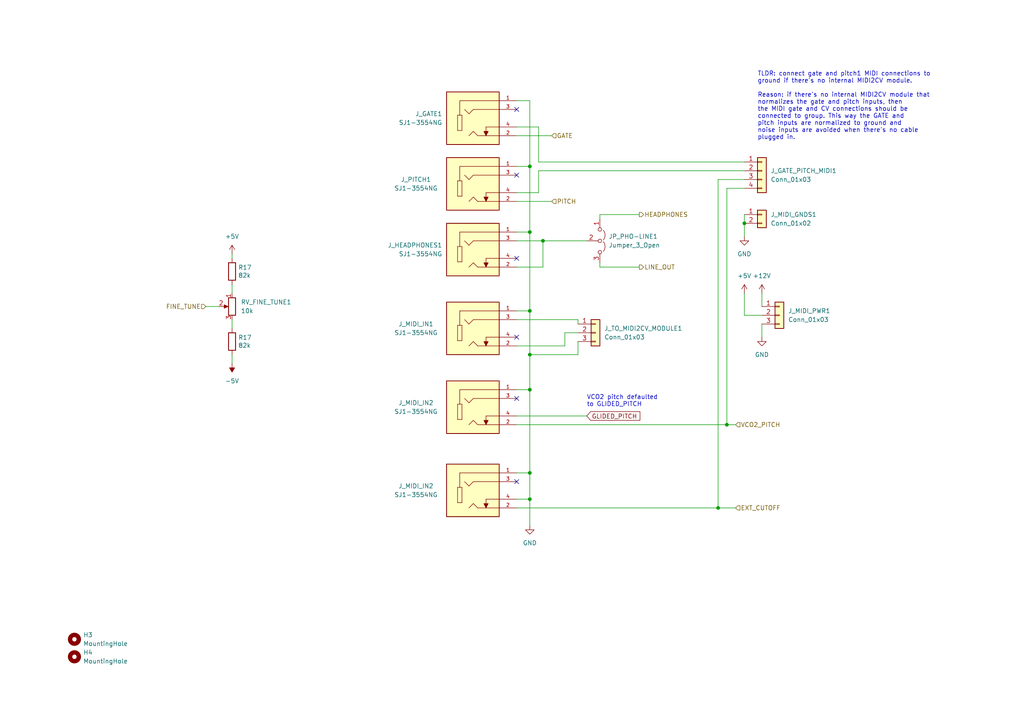
<source format=kicad_sch>
(kicad_sch (version 20231120) (generator "eeschema") (generator_version "8.0")
  (paper "A4")
  (lib_symbols
    (symbol "Connector_Generic:Conn_01x02" (pin_names (offset 1.016) hide)
      (property "Reference" "J" (at 0 2.54 0))
      (property "Value" "Conn_01x02" (at 0 -5.08 0))
      (symbol "Conn_01x02_1_1"
        (rectangle (start -1.27 -2.413) (end 0 -2.667) (stroke (width 0.1524)))
        (rectangle (start -1.27 0.127) (end 0 -0.127) (stroke (width 0.1524)))
        (rectangle (start -1.27 1.27) (end 1.27 -3.81) (stroke (width 0.254)) (fill (type background)))
        (pin passive line (at -5.08 0 0) (length 3.81) (name "Pin_1") (number "1"))
        (pin passive line (at -5.08 -2.54 0) (length 3.81) (name "Pin_2") (number "2"))
      )
    )
    (symbol "Connector_Generic:Conn_01x03" (pin_names (offset 1.016) hide)
      (property "Reference" "J" (at 0 5.08 0))
      (property "Value" "Conn_01x03" (at 0 -5.08 0))
      (symbol "Conn_01x03_1_1"
        (rectangle (start -1.27 -2.413) (end 0 -2.667) (stroke (width 0.1524)))
        (rectangle (start -1.27 0.127) (end 0 -0.127) (stroke (width 0.1524)))
        (rectangle (start -1.27 2.667) (end 0 2.413) (stroke (width 0.1524)))
        (rectangle (start -1.27 3.81) (end 1.27 -3.81) (stroke (width 0.254)) (fill (type background)))
        (pin passive line (at -5.08 2.54 0) (length 3.81) (name "Pin_1") (number "1"))
        (pin passive line (at -5.08 0 0) (length 3.81) (name "Pin_2") (number "2"))
        (pin passive line (at -5.08 -2.54 0) (length 3.81) (name "Pin_3") (number "3"))
      )
    )
    (symbol "Connector_Generic:Conn_01x04" (pin_names (offset 1.016) hide)
      (property "Reference" "J" (at 0 5.08 0))
      (property "Value" "Conn_01x04" (at 0 -7.62 0))
      (symbol "Conn_01x04_1_1"
        (rectangle (start -1.27 -4.953) (end 0 -5.207) (stroke (width 0.1524)))
        (rectangle (start -1.27 -2.413) (end 0 -2.667) (stroke (width 0.1524)))
        (rectangle (start -1.27 0.127) (end 0 -0.127) (stroke (width 0.1524)))
        (rectangle (start -1.27 2.667) (end 0 2.413) (stroke (width 0.1524)))
        (rectangle (start -1.27 3.81) (end 1.27 -6.35) (stroke (width 0.254)) (fill (type background)))
        (pin passive line (at -5.08 2.54 0) (length 3.81) (name "Pin_1") (number "1"))
        (pin passive line (at -5.08 0 0) (length 3.81) (name "Pin_2") (number "2"))
        (pin passive line (at -5.08 -2.54 0) (length 3.81) (name "Pin_3") (number "3"))
        (pin passive line (at -5.08 -5.08 0) (length 3.81) (name "Pin_4") (number "4"))
      )
    )
    (symbol "Device:R" (pin_numbers hide) (pin_names (offset 0))
      (property "Reference" "R" (at 2.032 0 90))
      (property "Value" "R" (at 0 0 90))
      (symbol "R_0_1"
        (rectangle (start -1.016 -2.54) (end 1.016 2.54) (stroke (width 0.254)))
      )
      (symbol "R_1_1"
        (pin passive line (at 0 3.81 270) (length 1.27) (name "~") (number "1"))
        (pin passive line (at 0 -3.81 90) (length 1.27) (name "~") (number "2"))
      )
    )
    (symbol "Device:R_Potentiometer" (pin_names (offset 1.016) hide)
      (property "Reference" "RV" (at -4.445 0 90))
      (property "Value" "R_Potentiometer" (at -2.54 0 90))
      (symbol "R_Potentiometer_0_1"
        (polyline (pts (xy 2.54 0) (xy 1.524 0)))
        (polyline (pts (xy 1.143 0) (xy 2.286 0.508) (xy 2.286 -0.508) (xy 1.143 0)) (fill (type outline)))
        (rectangle (start 1.016 2.54) (end -1.016 -2.54) (stroke (width 0.254)))
      )
      (symbol "R_Potentiometer_1_1"
        (pin passive line (at 0 3.81 270) (length 1.27) (name "1") (number "1"))
        (pin passive line (at 3.81 0 180) (length 1.27) (name "2") (number "2"))
        (pin passive line (at 0 -3.81 90) (length 1.27) (name "3") (number "3"))
      )
    )
    (symbol "Jumper:Jumper_3_Open" (pin_names (offset 0) hide)
      (property "Reference" "JP" (at -2.54 -2.54 0))
      (property "Value" "Jumper_3_Open" (at 0 2.794 0))
      (symbol "Jumper_3_Open_0_0"
        (circle (center -3.302 0) (radius 0.508))
        (circle (center 0 0) (radius 0.508))
        (circle (center 3.302 0) (radius 0.508))
      )
      (symbol "Jumper_3_Open_0_1"
        (arc (start -0.254 1.016) (mid -1.651 1.4992) (end -3.048 1.016))
        (polyline (pts (xy 0 -0.508) (xy 0 -1.27)))
        (arc (start 3.048 1.016) (mid 1.651 1.4992) (end 0.254 1.016))
      )
      (symbol "Jumper_3_Open_1_1"
        (pin passive line (at -6.35 0 0) (length 2.54) (name "A") (number "1"))
        (pin passive line (at 0 -3.81 90) (length 2.54) (name "C") (number "2"))
        (pin passive line (at 6.35 0 180) (length 2.54) (name "B") (number "3"))
      )
    )
    (symbol "Mechanical:MountingHole" (pin_names (offset 1.016))
      (property "Reference" "H" (at 0 5.08 0))
      (property "Value" "MountingHole" (at 0 3.175 0))
      (symbol "MountingHole_0_1"
        (circle (center 0 0) (radius 1.27) (stroke (width 1.27)))
      )
    )
    (symbol "Shmoergh-Custom-Components:SJ1-3554NG" (pin_names (offset 1.016))
      (property "Reference" "J" (at -7.8829 8.1347 0))
      (property "Value" "SJ1-3554NG" (at -7.6253 -10.9273 0))
      (symbol "SJ1-3554NG_0_0"
        (rectangle (start -7.62 -7.62) (end 7.62 7.62) (stroke (width 0.254)) (fill (type background)))
        (polyline (pts (xy -4.445 -3.556) (xy -4.445 0.889)) (stroke (width 0.1524)))
        (polyline (pts (xy -4.445 0.889) (xy -3.81 0.889)) (stroke (width 0.1524)))
        (polyline (pts (xy -3.81 0.889) (xy -3.175 0.889)) (stroke (width 0.1524)))
        (polyline (pts (xy -3.81 5.08) (xy -3.81 0.889)) (stroke (width 0.1524)))
        (polyline (pts (xy -3.175 -3.556) (xy -4.445 -3.556)) (stroke (width 0.1524)))
        (polyline (pts (xy -3.175 0.889) (xy -3.175 -3.556)) (stroke (width 0.1524)))
        (polyline (pts (xy -1.143 1.27) (xy -2.413 2.54)) (stroke (width 0.1524)))
        (polyline (pts (xy 0.127 -3.81) (xy -1.143 -5.08)) (stroke (width 0.1524)))
        (polyline (pts (xy 0.127 2.54) (xy -1.143 1.27)) (stroke (width 0.1524)))
        (polyline (pts (xy 1.397 -5.08) (xy 0.127 -3.81)) (stroke (width 0.1524)))
        (polyline (pts (xy 3.81 -2.54) (xy 3.81 -5.08)) (stroke (width 0.1524)))
        (polyline (pts (xy 7.62 -5.08) (xy 1.397 -5.08)) (stroke (width 0.1524)))
        (polyline (pts (xy 7.62 -2.54) (xy 3.81 -2.54)) (stroke (width 0.1524)))
        (polyline (pts (xy 7.62 2.54) (xy 0.127 2.54)) (stroke (width 0.1524)))
        (polyline (pts (xy 7.62 5.08) (xy -3.81 5.08)) (stroke (width 0.1524)))
        (polyline (pts (xy 3.81 -5.08) (xy 3.175 -3.81) (xy 4.445 -3.81) (xy 3.81 -5.08)) (stroke (width 0.1524)) (fill (type outline)))
        (pin passive line (at 12.7 5.08 180) (length 5.08) (name "~") (number "1"))
        (pin passive line (at 12.7 -5.08 180) (length 5.08) (name "~") (number "2"))
        (pin passive line (at 12.7 2.54 180) (length 5.08) (name "~") (number "3"))
        (pin passive line (at 12.7 -2.54 180) (length 5.08) (name "~") (number "4"))
      )
    )
    (symbol "power:+12V" (power) (pin_names (offset 0))
      (property "Value" "+12V" (at 0 3.556 0))
      (symbol "+12V_0_1"
        (polyline (pts (xy -0.762 1.27) (xy 0 2.54)))
        (polyline (pts (xy 0 0) (xy 0 2.54)))
        (polyline (pts (xy 0 2.54) (xy 0.762 1.27)))
      )
      (symbol "+12V_1_1"
        (pin power_in line (at 0 0 90) (length 0) hide (name "+12V") (number "1"))
      )
    )
    (symbol "power:+5V" (power) (pin_names (offset 0))
      (property "Value" "+5V" (at 0 3.556 0))
      (symbol "+5V_0_1"
        (polyline (pts (xy -0.762 1.27) (xy 0 2.54)))
        (polyline (pts (xy 0 0) (xy 0 2.54)))
        (polyline (pts (xy 0 2.54) (xy 0.762 1.27)))
      )
      (symbol "+5V_1_1"
        (pin power_in line (at 0 0 90) (length 0) hide (name "+5V") (number "1"))
      )
    )
    (symbol "power:-5V" (power) (pin_names (offset 0))
      (property "Value" "-5V" (at 0 3.81 0))
      (symbol "-5V_0_0"
        (pin power_in line (at 0 0 90) (length 0) hide (name "-5V") (number "1"))
      )
      (symbol "-5V_0_1"
        (polyline (pts (xy 0 0) (xy 0 1.27) (xy 0.762 1.27) (xy 0 2.54) (xy -0.762 1.27) (xy 0 1.27)) (fill (type outline)))
      )
    )
    (symbol "power:GND" (power) (pin_names (offset 0))
      (property "Value" "GND" (at 0 -3.81 0))
      (symbol "GND_0_1"
        (polyline (pts (xy 0 0) (xy 0 -1.27) (xy 1.27 -1.27) (xy 0 -2.54) (xy -1.27 -1.27) (xy 0 -1.27)))
      )
      (symbol "GND_1_1"
        (pin power_in line (at 0 0 270) (length 0) hide (name "GND") (number "1"))
      )
    )
  )
  (junction (at 153.67 67.31))
  (junction (at 153.67 137.16))
  (junction (at 208.28 147.32))
  (junction (at 215.9 64.77))
  (junction (at 153.67 113.03))
  (junction (at 210.82 123.19))
  (junction (at 153.67 90.17))
  (junction (at 153.67 102.87))
  (junction (at 157.48 69.85))
  (junction (at 153.67 144.78))
  (junction (at 153.67 48.26))
  (no_connect (at 149.86 31.75))
  (no_connect (at 149.86 115.57))
  (no_connect (at 149.86 97.79))
  (no_connect (at 149.86 50.8))
  (no_connect (at 149.86 139.7))
  (no_connect (at 149.86 74.93))
  (wire (pts (xy 149.86 39.37) (xy 160.02 39.37)))
  (wire (pts (xy 67.31 105.41) (xy 67.31 102.87)))
  (wire (pts (xy 156.21 55.88) (xy 149.86 55.88)))
  (wire (pts (xy 157.48 69.85) (xy 157.48 77.47)))
  (wire (pts (xy 220.98 85.09) (xy 220.98 88.9)))
  (wire (pts (xy 149.86 29.21) (xy 153.67 29.21)))
  (wire (pts (xy 167.64 92.71) (xy 167.64 93.98)))
  (wire (pts (xy 208.28 52.07) (xy 215.9 52.07)))
  (wire (pts (xy 173.99 77.47) (xy 173.99 76.2)))
  (wire (pts (xy 153.67 90.17) (xy 153.67 102.87)))
  (wire (pts (xy 156.21 49.53) (xy 156.21 55.88)))
  (wire (pts (xy 149.86 36.83) (xy 156.21 36.83)))
  (wire (pts (xy 220.98 93.98) (xy 220.98 97.79)))
  (wire (pts (xy 149.86 137.16) (xy 153.67 137.16)))
  (wire (pts (xy 149.86 100.33) (xy 163.83 100.33)))
  (wire (pts (xy 157.48 77.47) (xy 149.86 77.47)))
  (wire (pts (xy 149.86 144.78) (xy 153.67 144.78)))
  (wire (pts (xy 215.9 85.09) (xy 215.9 91.44)))
  (wire (pts (xy 153.67 144.78) (xy 153.67 152.4)))
  (wire (pts (xy 149.86 69.85) (xy 157.48 69.85)))
  (wire (pts (xy 153.67 113.03) (xy 153.67 137.16)))
  (wire (pts (xy 157.48 69.85) (xy 170.18 69.85)))
  (wire (pts (xy 215.9 91.44) (xy 220.98 91.44)))
  (wire (pts (xy 167.64 102.87) (xy 153.67 102.87)))
  (wire (pts (xy 215.9 64.77) (xy 215.9 68.58)))
  (wire (pts (xy 149.86 48.26) (xy 153.67 48.26)))
  (wire (pts (xy 185.42 77.47) (xy 173.99 77.47)))
  (wire (pts (xy 163.83 96.52) (xy 167.64 96.52)))
  (wire (pts (xy 163.83 96.52) (xy 163.83 100.33)))
  (wire (pts (xy 153.67 29.21) (xy 153.67 48.26)))
  (wire (pts (xy 149.86 92.71) (xy 167.64 92.71)))
  (wire (pts (xy 173.99 62.23) (xy 173.99 63.5)))
  (wire (pts (xy 149.86 120.65) (xy 170.18 120.65)))
  (wire (pts (xy 153.67 67.31) (xy 153.67 90.17)))
  (wire (pts (xy 210.82 123.19) (xy 213.36 123.19)))
  (wire (pts (xy 153.67 48.26) (xy 153.67 67.31)))
  (wire (pts (xy 208.28 52.07) (xy 208.28 147.32)))
  (wire (pts (xy 67.31 73.66) (xy 67.31 74.93)))
  (wire (pts (xy 185.42 62.23) (xy 173.99 62.23)))
  (wire (pts (xy 167.64 99.06) (xy 167.64 102.87)))
  (wire (pts (xy 156.21 49.53) (xy 215.9 49.53)))
  (wire (pts (xy 215.9 54.61) (xy 210.82 54.61)))
  (wire (pts (xy 215.9 46.99) (xy 156.21 46.99)))
  (wire (pts (xy 59.69 88.9) (xy 63.5 88.9)))
  (wire (pts (xy 149.86 90.17) (xy 153.67 90.17)))
  (wire (pts (xy 149.86 123.19) (xy 210.82 123.19)))
  (wire (pts (xy 67.31 95.25) (xy 67.31 92.71)))
  (wire (pts (xy 149.86 147.32) (xy 208.28 147.32)))
  (wire (pts (xy 153.67 102.87) (xy 153.67 113.03)))
  (wire (pts (xy 210.82 54.61) (xy 210.82 123.19)))
  (wire (pts (xy 149.86 67.31) (xy 153.67 67.31)))
  (wire (pts (xy 153.67 137.16) (xy 153.67 144.78)))
  (wire (pts (xy 149.86 113.03) (xy 153.67 113.03)))
  (wire (pts (xy 156.21 36.83) (xy 156.21 46.99)))
  (wire (pts (xy 208.28 147.32) (xy 213.36 147.32)))
  (wire (pts (xy 215.9 62.23) (xy 215.9 64.77)))
  (wire (pts (xy 67.31 82.55) (xy 67.31 85.09)))
  (wire (pts (xy 149.86 58.42) (xy 160.02 58.42)))
  (text "VCO2 pitch defaulted \nto GLIDED_PITCH" (at 170.18 118.11 0) (effects (font (size 1.27 1.27)) (justify left bottom)))
  (text "TLDR: connect gate and pitch1 MIDI connections to\nground if there's no internal MIDI2CV module.\n\nReason: if there's no internal MIDI2CV module that \nnormalizes the gate and pitch inputs, then\nthe MIDI gate and CV connections should be\nconnected to group. This way the GATE and\npitch inputs are normalized to ground and\nnoise inputs are avoided when there's no cable\nplugged in." (at 219.71 40.64 0) (effects (font (size 1.27 1.27)) (justify left bottom)))
  (global_label "GLIDED_PITCH" (shape input) (at 170.18 120.65 0) (property "Intersheetrefs" "${INTERSHEET_REFS}" (effects (hide yes))))
  (hierarchical_label "FINE_TUNE" (shape input) (at 59.69 88.9 180))
  (hierarchical_label "LINE_OUT" (shape output) (at 185.42 77.47 0))
  (hierarchical_label "PITCH" (shape input) (at 160.02 58.42 0))
  (hierarchical_label "GATE" (shape input) (at 160.02 39.37 0))
  (hierarchical_label "VCO2_PITCH" (shape input) (at 213.36 123.19 0))
  (hierarchical_label "EXT_CUTOFF" (shape input) (at 213.36 147.32 0))
  (hierarchical_label "HEADPHONES" (shape output) (at 185.42 62.23 0))
  (symbol (lib_id "Device:R") (at 67.31 78.74 0) (unit 1)
    (property "Reference" "R17" (at 69.088 77.5716 0) (effects (justify left)))
    (property "Value" "82k" (at 69.088 79.883 0) (effects (justify left)))
    (property "Footprint" "Shmoergh_Custom_Footprints:R_Axial_DIN0207_L6.3mm_D2.5mm_P7.62mm_Horizontal" (effects (hide yes)))
    (instances (project "hog-f1-voice" (path "" (reference "R17") (unit 1))) (project "ui-rev-3" (path "" (reference "R34") (unit 1)) (path "" (reference "R18") (unit 1))))
  )
  (symbol (lib_id "Connector_Generic:Conn_01x03") (at 172.72 96.52 0) (unit 1)
    (property "Reference" "J_TO_MIDI2CV_MODULE1" (at 175.26 95.25 0) (effects (justify left)))
    (property "Value" "Conn_01x03" (at 175.26 97.79 0) (effects (justify left)))
    (property "Footprint" "Shmoergh_Custom_Footprints:NSL25_01x03_Vertical" (effects (hide yes)))
  )
  (symbol (lib_id "Shmoergh-Custom-Components:SJ1-3554NG") (at 137.16 53.34 0) (unit 1)
    (property "Reference" "J_PITCH1" (at 120.65 52.07 0))
    (property "Value" "SJ1-3554NG" (at 120.65 54.61 0))
    (property "Footprint" "Shmoergh_Custom_Footprints:CUI_SJ1-3554NG" (effects (hide yes)))
    (property "Description" "3.5 mm Right-Angle Stereo Jack, 4 Pin PCB Mount, Isolated Ground" (effects (hide yes)))
    (property "MF" "CUI Devices" (effects (hide yes)))
    (property "MAXIMUM_PACKAGE_HEIGHT" "10 mm" (effects (hide yes)))
    (property "Package" "None" (effects (hide yes)))
    (property "Price" "None" (effects (hide yes)))
    (property "Check_prices" "https://www.snapeda.com/parts/SJ1-3554NG/CUI+Devices/view-part/?ref=eda" (effects (hide yes)))
    (property "STANDARD" "Manufacturer Recommendations" (effects (hide yes)))
    (property "PARTREV" "1.05" (effects (hide yes)))
    (property "SnapEDA_Link" "https://www.snapeda.com/parts/SJ1-3554NG/CUI+Devices/view-part/?ref=snap" (effects (hide yes)))
    (property "MP" "SJ1-3554NG" (effects (hide yes)))
    (property "CUI_purchase_URL" "https://www.cuidevices.com/product/interconnect/connectors/audio-connectors/jacks/sj1-3554ng?utm_source=snapeda.com&utm_medium=referral&utm_campaign=snapedaBOM" (effects (hide yes)))
    (property "Availability" "In Stock" (effects (hide yes)))
    (property "MANUFACTURER" "CUI Devices" (effects (hide yes)))
  )
  (symbol (lib_id "Device:R_Potentiometer") (at 67.31 88.9 0) (mirror y) (unit 1)
    (property "Reference" "RV_FINE_TUNE1" (at 69.85 87.63 0) (effects (justify right)))
    (property "Value" "10k" (at 69.85 90.17 0) (effects (justify right)))
    (property "Footprint" "Shmoergh_Custom_Footprints:Potentiometer_Bourns_PTD901-2015_Single_Horizontal" (effects (hide yes)))
    (property "Component" "PTD901-1015K-B103" (effects (hide yes)))
    (property "Mouser" "https://mou.sr/4aB7CRn" (effects (hide yes)))
  )
  (symbol (lib_id "power:GND") (at 220.98 97.79 0) (unit 1)
    (property "Reference" "#PWR0102" (effects (hide yes)))
    (property "Value" "GND" (at 220.98 102.87 0))
  )
  (symbol (lib_id "Shmoergh-Custom-Components:SJ1-3554NG") (at 137.16 118.11 0) (unit 1)
    (property "Reference" "J_VCO2_PITCH1" (at 120.65 116.84 0))
    (property "Value" "SJ1-3554NG" (at 120.65 119.38 0))
    (property "Footprint" "Shmoergh_Custom_Footprints:CUI_SJ1-3554NG" (effects (hide yes)))
    (property "Description" "3.5 mm Right-Angle Stereo Jack, 4 Pin PCB Mount, Isolated Ground" (effects (hide yes)))
    (property "MF" "CUI Devices" (effects (hide yes)))
    (property "MAXIMUM_PACKAGE_HEIGHT" "10 mm" (effects (hide yes)))
    (property "Package" "None" (effects (hide yes)))
    (property "Price" "None" (effects (hide yes)))
    (property "Check_prices" "https://www.snapeda.com/parts/SJ1-3554NG/CUI+Devices/view-part/?ref=eda" (effects (hide yes)))
    (property "STANDARD" "Manufacturer Recommendations" (effects (hide yes)))
    (property "PARTREV" "1.05" (effects (hide yes)))
    (property "SnapEDA_Link" "https://www.snapeda.com/parts/SJ1-3554NG/CUI+Devices/view-part/?ref=snap" (effects (hide yes)))
    (property "MP" "SJ1-3554NG" (effects (hide yes)))
    (property "CUI_purchase_URL" "https://www.cuidevices.com/product/interconnect/connectors/audio-connectors/jacks/sj1-3554ng?utm_source=snapeda.com&utm_medium=referral&utm_campaign=snapedaBOM" (effects (hide yes)))
    (property "Availability" "In Stock" (effects (hide yes)))
    (property "MANUFACTURER" "CUI Devices" (effects (hide yes)))
    (instances (project "ui-rev-3" (path "" (reference "J_MIDI_IN2") (unit 1)) (path "" (reference "J_VCO2_PITCH1") (unit 1))))
  )
  (symbol (lib_id "Mechanical:MountingHole") (at 21.59 190.5 0) (unit 1) (in_bom no)
    (property "Reference" "H4" (at 24.13 189.23 0) (effects (justify left)))
    (property "Value" "MountingHole" (at 24.13 191.77 0) (effects (justify left)))
    (property "Footprint" "MountingHole:MountingHole_3mm_Pad" (effects (hide yes)))
    (instances (project "ui-rev-3" (path "" (reference "H4") (unit 1)) (path "" (reference "H14") (unit 1))) (project "core-v1" (path "" (reference "H204") (unit 1))))
  )
  (symbol (lib_id "power:+5V") (at 67.31 73.66 0) (unit 1)
    (property "Reference" "#PWR093" (effects (hide yes)))
    (property "Value" "+5V" (at 67.31 68.58 0))
  )
  (symbol (lib_id "Shmoergh-Custom-Components:SJ1-3554NG") (at 137.16 34.29 0) (unit 1)
    (property "Reference" "J_GATE1" (at 128.27 33.02 0) (effects (justify right)))
    (property "Value" "SJ1-3554NG" (at 128.27 35.56 0) (effects (justify right)))
    (property "Footprint" "Shmoergh_Custom_Footprints:CUI_SJ1-3554NG" (effects (hide yes)))
    (property "Description" "3.5 mm Right-Angle Stereo Jack, 4 Pin PCB Mount, Isolated Ground" (effects (hide yes)))
    (property "MF" "CUI Devices" (effects (hide yes)))
    (property "MAXIMUM_PACKAGE_HEIGHT" "10 mm" (effects (hide yes)))
    (property "Package" "None" (effects (hide yes)))
    (property "Price" "None" (effects (hide yes)))
    (property "Check_prices" "https://www.snapeda.com/parts/SJ1-3554NG/CUI+Devices/view-part/?ref=eda" (effects (hide yes)))
    (property "STANDARD" "Manufacturer Recommendations" (effects (hide yes)))
    (property "PARTREV" "1.05" (effects (hide yes)))
    (property "SnapEDA_Link" "https://www.snapeda.com/parts/SJ1-3554NG/CUI+Devices/view-part/?ref=snap" (effects (hide yes)))
    (property "MP" "SJ1-3554NG" (effects (hide yes)))
    (property "CUI_purchase_URL" "https://www.cuidevices.com/product/interconnect/connectors/audio-connectors/jacks/sj1-3554ng?utm_source=snapeda.com&utm_medium=referral&utm_campaign=snapedaBOM" (effects (hide yes)))
    (property "Availability" "In Stock" (effects (hide yes)))
    (property "MANUFACTURER" "CUI Devices" (effects (hide yes)))
  )
  (symbol (lib_id "Shmoergh-Custom-Components:SJ1-3554NG") (at 137.16 95.25 0) (unit 1)
    (property "Reference" "J_MIDI_IN1" (at 120.65 93.98 0))
    (property "Value" "SJ1-3554NG" (at 120.65 96.52 0))
    (property "Footprint" "Shmoergh_Custom_Footprints:CUI_SJ1-3554NG" (effects (hide yes)))
    (property "Description" "3.5 mm Right-Angle Stereo Jack, 4 Pin PCB Mount, Isolated Ground" (effects (hide yes)))
    (property "MF" "CUI Devices" (effects (hide yes)))
    (property "MAXIMUM_PACKAGE_HEIGHT" "10 mm" (effects (hide yes)))
    (property "Package" "None" (effects (hide yes)))
    (property "Price" "None" (effects (hide yes)))
    (property "Check_prices" "https://www.snapeda.com/parts/SJ1-3554NG/CUI+Devices/view-part/?ref=eda" (effects (hide yes)))
    (property "STANDARD" "Manufacturer Recommendations" (effects (hide yes)))
    (property "PARTREV" "1.05" (effects (hide yes)))
    (property "SnapEDA_Link" "https://www.snapeda.com/parts/SJ1-3554NG/CUI+Devices/view-part/?ref=snap" (effects (hide yes)))
    (property "MP" "SJ1-3554NG" (effects (hide yes)))
    (property "CUI_purchase_URL" "https://www.cuidevices.com/product/interconnect/connectors/audio-connectors/jacks/sj1-3554ng?utm_source=snapeda.com&utm_medium=referral&utm_campaign=snapedaBOM" (effects (hide yes)))
    (property "Availability" "In Stock" (effects (hide yes)))
    (property "MANUFACTURER" "CUI Devices" (effects (hide yes)))
  )
  (symbol (lib_id "Connector_Generic:Conn_01x02") (at 220.98 62.23 0) (unit 1)
    (property "Reference" "J_MIDI_GNDS1" (at 223.52 62.23 0) (effects (justify left)))
    (property "Value" "Conn_01x02" (at 223.52 64.77 0) (effects (justify left)))
    (property "Footprint" "Connector_PinSocket_2.54mm:PinSocket_1x02_P2.54mm_Vertical" (effects (hide yes)))
  )
  (symbol (lib_id "Connector_Generic:Conn_01x03") (at 226.06 91.44 0) (unit 1)
    (property "Reference" "J_MIDI_PWR1" (at 228.6 90.17 0) (effects (justify left)))
    (property "Value" "Conn_01x03" (at 228.6 92.71 0) (effects (justify left)))
    (property "Footprint" "Shmoergh_Custom_Footprints:NSL25_01x03_Vertical" (effects (hide yes)))
  )
  (symbol (lib_id "power:GND") (at 153.67 152.4 0) (unit 1)
    (property "Reference" "#PWR095" (effects (hide yes)))
    (property "Value" "GND" (at 153.67 157.48 0))
  )
  (symbol (lib_id "Connector_Generic:Conn_01x04") (at 220.98 49.53 0) (unit 1)
    (property "Reference" "J_GATE_PITCH_MIDI1" (at 223.52 49.53 0) (effects (justify left)))
    (property "Value" "Conn_01x03" (at 223.52 52.07 0) (effects (justify left)))
    (property "Footprint" "Shmoergh_Custom_Footprints:NSL25_01x04_Vertical" (effects (hide yes)))
  )
  (symbol (lib_id "power:+5V") (at 215.9 85.09 0) (unit 1)
    (property "Reference" "#PWR078" (effects (hide yes)))
    (property "Value" "+5V" (at 215.9 80.01 0))
    (instances (project "ui-rev-3" (path "" (reference "#PWR078") (unit 1)) (path "" (reference "#PWR0104") (unit 1))))
  )
  (symbol (lib_id "power:-5V") (at 67.31 105.41 180) (unit 1)
    (property "Reference" "#PWR094" (effects (hide yes)))
    (property "Value" "-5V" (at 67.31 110.49 0))
  )
  (symbol (lib_id "power:GND") (at 215.9 68.58 0) (unit 1)
    (property "Reference" "#PWR070" (effects (hide yes)))
    (property "Value" "GND" (at 215.9 73.66 0))
  )
  (symbol (lib_id "power:+12V") (at 220.98 85.09 0) (unit 1)
    (property "Reference" "#PWR0103" (effects (hide yes)))
    (property "Value" "+12V" (at 220.98 80.01 0))
  )
  (symbol (lib_id "Device:R") (at 67.31 99.06 0) (unit 1)
    (property "Reference" "R17" (at 69.088 97.8916 0) (effects (justify left)))
    (property "Value" "82k" (at 69.088 100.203 0) (effects (justify left)))
    (property "Footprint" "Shmoergh_Custom_Footprints:R_Axial_DIN0207_L6.3mm_D2.5mm_P7.62mm_Horizontal" (effects (hide yes)))
    (instances (project "hog-f1-voice" (path "" (reference "R17") (unit 1))) (project "ui-rev-3" (path "" (reference "R34") (unit 1)) (path "" (reference "R39") (unit 1))))
  )
  (symbol (lib_id "Shmoergh-Custom-Components:SJ1-3554NG") (at 137.16 72.39 0) (unit 1)
    (property "Reference" "J_HEADPHONES1" (at 128.27 71.12 0) (effects (justify right)))
    (property "Value" "SJ1-3554NG" (at 128.27 73.66 0) (effects (justify right)))
    (property "Footprint" "Shmoergh_Custom_Footprints:CUI_SJ1-3554NG" (effects (hide yes)))
    (property "Description" "3.5 mm Right-Angle Stereo Jack, 4 Pin PCB Mount, Isolated Ground" (effects (hide yes)))
    (property "MF" "CUI Devices" (effects (hide yes)))
    (property "MAXIMUM_PACKAGE_HEIGHT" "10 mm" (effects (hide yes)))
    (property "Package" "None" (effects (hide yes)))
    (property "Price" "None" (effects (hide yes)))
    (property "Check_prices" "https://www.snapeda.com/parts/SJ1-3554NG/CUI+Devices/view-part/?ref=eda" (effects (hide yes)))
    (property "STANDARD" "Manufacturer Recommendations" (effects (hide yes)))
    (property "PARTREV" "1.05" (effects (hide yes)))
    (property "SnapEDA_Link" "https://www.snapeda.com/parts/SJ1-3554NG/CUI+Devices/view-part/?ref=snap" (effects (hide yes)))
    (property "MP" "SJ1-3554NG" (effects (hide yes)))
    (property "CUI_purchase_URL" "https://www.cuidevices.com/product/interconnect/connectors/audio-connectors/jacks/sj1-3554ng?utm_source=snapeda.com&utm_medium=referral&utm_campaign=snapedaBOM" (effects (hide yes)))
    (property "Availability" "In Stock" (effects (hide yes)))
    (property "MANUFACTURER" "CUI Devices" (effects (hide yes)))
  )
  (symbol (lib_id "Shmoergh-Custom-Components:SJ1-3554NG") (at 137.16 142.24 0) (unit 1)
    (property "Reference" "J_EXT_CUTOFF1" (at 120.65 140.97 0))
    (property "Value" "SJ1-3554NG" (at 120.65 143.51 0))
    (property "Footprint" "Shmoergh_Custom_Footprints:CUI_SJ1-3554NG" (effects (hide yes)))
    (property "Description" "3.5 mm Right-Angle Stereo Jack, 4 Pin PCB Mount, Isolated Ground" (effects (hide yes)))
    (property "MF" "CUI Devices" (effects (hide yes)))
    (property "MAXIMUM_PACKAGE_HEIGHT" "10 mm" (effects (hide yes)))
    (property "Package" "None" (effects (hide yes)))
    (property "Price" "None" (effects (hide yes)))
    (property "Check_prices" "https://www.snapeda.com/parts/SJ1-3554NG/CUI+Devices/view-part/?ref=eda" (effects (hide yes)))
    (property "STANDARD" "Manufacturer Recommendations" (effects (hide yes)))
    (property "PARTREV" "1.05" (effects (hide yes)))
    (property "SnapEDA_Link" "https://www.snapeda.com/parts/SJ1-3554NG/CUI+Devices/view-part/?ref=snap" (effects (hide yes)))
    (property "MP" "SJ1-3554NG" (effects (hide yes)))
    (property "CUI_purchase_URL" "https://www.cuidevices.com/product/interconnect/connectors/audio-connectors/jacks/sj1-3554ng?utm_source=snapeda.com&utm_medium=referral&utm_campaign=snapedaBOM" (effects (hide yes)))
    (property "Availability" "In Stock" (effects (hide yes)))
    (property "MANUFACTURER" "CUI Devices" (effects (hide yes)))
    (instances (project "ui-rev-3" (path "" (reference "J_MIDI_IN2") (unit 1)) (path "" (reference "J_EXT_CUTOFF1") (unit 1))))
  )
  (symbol (lib_id "Jumper:Jumper_3_Open") (at 173.99 69.85 270) (unit 1)
    (property "Reference" "JP_PHO-LINE1" (at 176.53 68.58 90) (effects (justify left)))
    (property "Value" "Jumper_3_Open" (at 176.53 71.12 90) (effects (justify left)))
    (property "Footprint" "Connector_PinHeader_2.54mm:PinHeader_1x03_P2.54mm_Vertical" (effects (hide yes)))
  )
  (symbol (lib_id "Mechanical:MountingHole") (at 21.59 185.42 0) (unit 1) (in_bom no)
    (property "Reference" "H3" (at 24.13 184.15 0) (effects (justify left)))
    (property "Value" "MountingHole" (at 24.13 186.69 0) (effects (justify left)))
    (property "Footprint" "MountingHole:MountingHole_3mm_Pad" (effects (hide yes)))
    (instances (project "ui-rev-3" (path "" (reference "H3") (unit 1)) (path "" (reference "H13") (unit 1))) (project "core-v1" (path "" (reference "H203") (unit 1))))
  )
)
</source>
